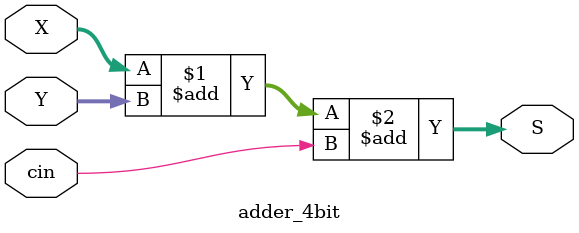
<source format=v>
module adder_4bit(input [3:0] X, Y,
							input cin,
							output [4:0] S);
						
	assign S = X + Y + cin;
	
endmodule

</source>
